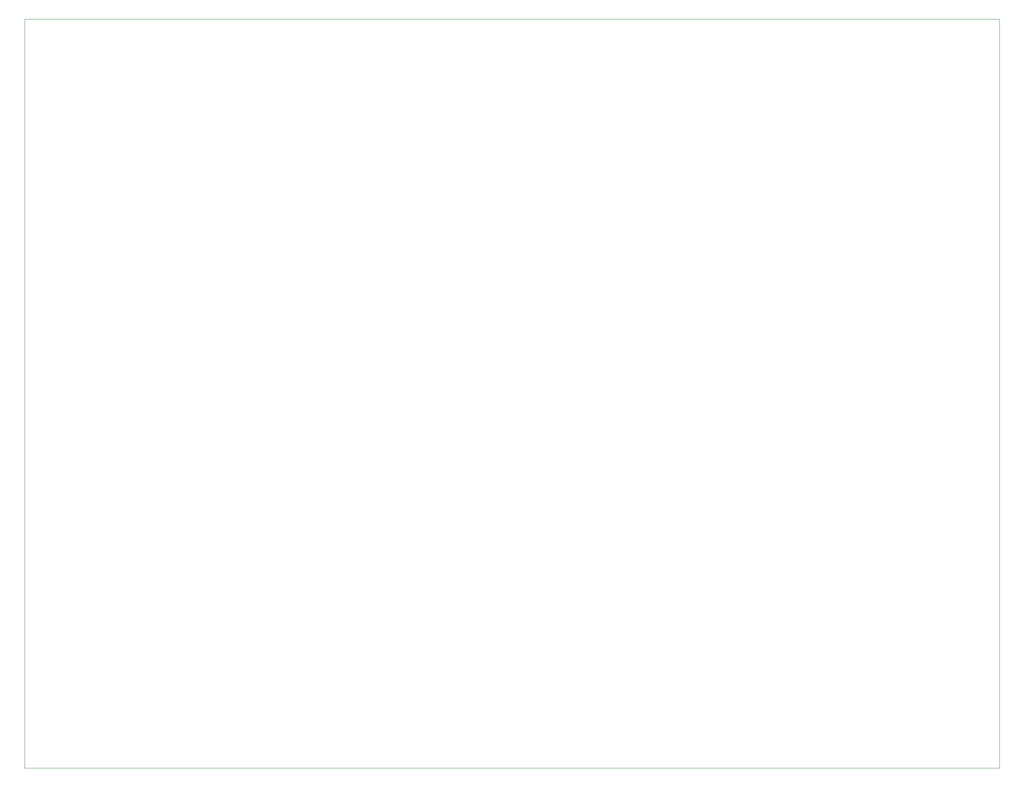
<source format=gm1>
G04 #@! TF.GenerationSoftware,KiCad,Pcbnew,(5.1.7)-1*
G04 #@! TF.CreationDate,2022-10-23T01:23:33-04:00*
G04 #@! TF.ProjectId,plc_14in_14out,706c635f-3134-4696-9e5f-31346f75742e,rev?*
G04 #@! TF.SameCoordinates,Original*
G04 #@! TF.FileFunction,Profile,NP*
%FSLAX46Y46*%
G04 Gerber Fmt 4.6, Leading zero omitted, Abs format (unit mm)*
G04 Created by KiCad (PCBNEW (5.1.7)-1) date 2022-10-23 01:23:33*
%MOMM*%
%LPD*%
G01*
G04 APERTURE LIST*
G04 #@! TA.AperFunction,Profile*
%ADD10C,0.100000*%
G04 #@! TD*
G04 APERTURE END LIST*
D10*
X226060000Y-12700000D02*
X226060000Y-172720000D01*
X17780000Y-12700000D02*
X226060000Y-12700000D01*
X17780000Y-172720000D02*
X17780000Y-12700000D01*
X226060000Y-172720000D02*
X17780000Y-172720000D01*
M02*

</source>
